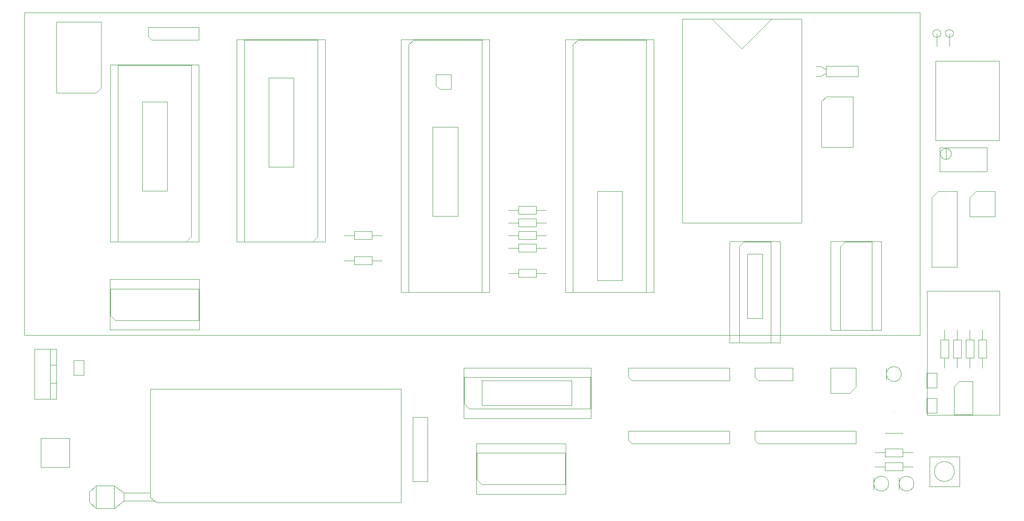
<source format=gbr>
%TF.GenerationSoftware,Novarm,DipTrace,4.3.0.4*%
%TF.CreationDate,2023-05-10T15:20:13+01:00*%
%FSLAX26Y26*%
%MOIN*%
%TF.FileFunction,Drawing,Top*%
%TF.Part,Single*%
%ADD15C,0.003937*%
G75*
G01*
%LPD*%
X1141339Y1844488D2*
D15*
X1846063D1*
Y2244488D1*
X1183071Y1919488D2*
X1143701Y1958858D1*
X1843701Y1919488D2*
X1183071D1*
X1143701Y1958858D2*
Y2169488D1*
X1843701D1*
Y1919488D1*
X1141339Y2244488D2*
Y1844488D1*
X1846063Y2244488D2*
X1141339D1*
X2844094Y2541339D2*
Y4146063D1*
X2144094D1*
X2784055Y2583071D2*
X2744685Y2543701D1*
X2784055Y4143701D2*
Y2583071D1*
X2744685Y2543701D2*
X2204134D1*
Y4143701D1*
X2784055D1*
X2144094Y2541339D2*
X2844094D1*
X2144094Y4146063D2*
Y2541339D1*
X4593701Y2593701D2*
X4514567D1*
Y2562205D2*
Y2625197D1*
X4372835D1*
Y2562205D2*
X4514567D1*
X4372835Y2625197D2*
Y2562205D1*
X4293701Y2593701D2*
X4372835D1*
X4743701Y4146063D2*
Y2141339D1*
X5443701D1*
X4803740Y4104331D2*
X4843110Y4143701D1*
X4803740Y2143701D2*
Y4104331D1*
X4843110Y4143701D2*
X5383661D1*
Y2143701D1*
X4803740D1*
X5443701Y4146063D2*
X4743701D1*
X5443701Y2141339D2*
Y4146063D1*
X6268701Y943701D2*
X6243701Y968701D1*
X7043701Y943701D2*
X6268701D1*
X6243701Y968701D2*
Y1043701D1*
X7043701D1*
Y943701D1*
X6268701Y1443701D2*
X6243701Y1468701D1*
X6543701Y1443701D2*
X6268701D1*
X6243701Y1468701D2*
Y1543701D1*
X6543701D1*
Y1443701D1*
X7625591Y603543D2*
Y721654D1*
X7861811Y603543D2*
X7625591D1*
Y721654D2*
Y839764D1*
X7861811D1*
Y603543D1*
X7664348Y721654D2*
G02X7664348Y721654I79353J0D01*
G01*
X7043701Y1393701D2*
X6993701Y1343701D1*
X7043701Y1543701D2*
Y1393701D1*
X6993701Y1343701D2*
X6843701D1*
Y1543701D1*
X7043701D1*
X7274016Y1024803D2*
X7411811D1*
X7343701Y1191339D2*
G02X7343701Y1191339I0J0D01*
G01*
X7412741Y1024660D2*
G02X7412741Y1024660I0J0D01*
G01*
X6184646Y1934646D2*
X6302756D1*
Y2446457D1*
X6184646D2*
Y1934646D1*
X6302756Y2446457D2*
X6184646D1*
X7643701Y2893701D2*
X7693701Y2943701D1*
X7643701Y2343701D2*
Y2893701D1*
X7693701Y2943701D2*
X7843701D1*
Y2343701D1*
X7643701D1*
X5668701Y2693701D2*
Y4307874D1*
X6613583Y2693701D2*
X5668701D1*
X6141142Y4071654D2*
X6377362Y4307874D1*
X5668701D2*
X6613583D1*
X5904921D2*
X6141142Y4071654D1*
X6613583Y4307874D2*
Y2693701D1*
X464961Y4360236D2*
Y1801181D1*
X7551575D1*
Y4360236D1*
X464961D1*
X5268701Y1443701D2*
X5243701Y1468701D1*
X6043701Y1443701D2*
X5268701D1*
X5243701Y1468701D2*
Y1543701D1*
X6043701D1*
Y1443701D1*
X7743701Y1843701D2*
Y1764567D1*
X7775197D2*
X7712205D1*
Y1622835D1*
X7775197D2*
Y1764567D1*
X7712205Y1622835D2*
X7775197D1*
X7743701Y1543701D2*
Y1622835D1*
X3443307Y4146063D2*
Y2141339D1*
X4143307D1*
X3503346Y4104331D2*
X3542717Y4143701D1*
X3503346Y2143701D2*
Y4104331D1*
X3542717Y4143701D2*
X4083268D1*
Y2143701D1*
X3503346D1*
X4143307Y4146063D2*
X3443307D1*
X4143307Y2141339D2*
Y4146063D1*
X2993701Y2593701D2*
X3072835D1*
Y2625197D2*
Y2562205D1*
X3214567D1*
Y2625197D2*
X3072835D1*
X3214567Y2562205D2*
Y2625197D1*
X3293701Y2593701D2*
X3214567D1*
X2395669Y3134646D2*
X2592520D1*
Y3843307D1*
X2395669D2*
Y3134646D1*
X2592520Y3843307D2*
X2395669D1*
X4084646Y1442126D2*
Y1245276D1*
X4793307D1*
Y1442126D2*
X4084646D1*
X4793307Y1245276D2*
Y1442126D1*
X8043701Y1543701D2*
Y1622835D1*
X8012205D2*
X8075197D1*
Y1764567D1*
X8012205D2*
Y1622835D1*
X8075197Y1764567D2*
X8012205D1*
X8043701Y1843701D2*
Y1764567D1*
X6843701Y2546063D2*
Y1841339D1*
X7243701D1*
X6918701Y2504331D2*
X6958071Y2543701D1*
X6918701Y1843701D2*
Y2504331D1*
X6958071Y2543701D2*
X7168701D1*
Y1843701D1*
X6918701D1*
X7243701Y2546063D2*
X6843701D1*
X7243701Y1841339D2*
Y2546063D1*
X7193701Y871654D2*
X7272835D1*
Y903150D2*
Y840157D1*
X7414567D1*
Y903150D2*
X7272835D1*
X7414567Y840157D2*
Y903150D1*
X7493701Y871654D2*
X7414567D1*
X7683465Y4193701D2*
Y4093701D1*
X7651969Y4193701D2*
G02X7651969Y4193701I31496J0D01*
G01*
X1030610Y429134D2*
X1172343D1*
X1030610D2*
X975492Y480315D1*
X1172343Y429134D2*
X1251083Y488189D1*
X1172343Y429134D2*
Y610236D1*
X1505413Y475197D2*
X1459744Y513780D1*
X3443996Y475197D2*
X1505413D1*
X975492Y480315D2*
Y559055D1*
X1251083Y488189D2*
Y551181D1*
X1491634Y488189D2*
X1251083D1*
X1459744Y513780D2*
Y1376772D1*
X1251083Y551181D2*
X1459744D1*
X975492Y559055D2*
X1030610Y610236D1*
Y429134D1*
X1172343Y610236D2*
X1251083Y551181D1*
X1172343Y610236D2*
X1030610D1*
X1459744Y1376772D2*
X3443996D1*
Y475197D1*
X4041339Y543701D2*
X4746063D1*
Y943701D1*
X4083071Y618701D2*
X4043701Y658071D1*
X4743701Y618701D2*
X4083071D1*
X4043701Y658071D2*
Y868701D1*
X4743701D1*
Y618701D1*
X4041339Y943701D2*
Y543701D1*
X4746063Y943701D2*
X4041339D1*
X7674409Y3344882D2*
Y3974803D1*
X8178346Y3344882D2*
X7674409D1*
Y3974803D2*
X8178346D1*
Y3344882D1*
X7783465Y4193701D2*
Y4093701D1*
X7751969Y4193701D2*
G02X7751969Y4193701I31496J0D01*
G01*
X4593701Y2793701D2*
X4514567D1*
Y2762205D2*
Y2825197D1*
X4372835D1*
Y2762205D2*
X4514567D1*
X4372835Y2825197D2*
Y2762205D1*
X4293701Y2793701D2*
X4372835D1*
X7943701Y1843701D2*
Y1764567D1*
X7975197D2*
X7912205D1*
Y1622835D1*
X7975197D2*
Y1764567D1*
X7912205Y1622835D2*
X7975197D1*
X7943701Y1543701D2*
Y1622835D1*
X7284646Y1539614D2*
Y1447787D1*
X7284623Y1447816D1*
X7284646Y1493701D2*
G02X7284646Y1493701I59055J0D01*
G01*
X1592520Y3652756D2*
X1395669D1*
Y2944094D1*
X1592520D2*
Y3652756D1*
X1395669Y2944094D2*
X1592520D1*
X1468701Y4143701D2*
X1443701Y4168701D1*
X1843701Y4143701D2*
X1468701D1*
X1443701Y4168701D2*
Y4243701D1*
X1843701D1*
Y4143701D1*
X5268701Y943701D2*
X5243701Y968701D1*
X6043701Y943701D2*
X5268701D1*
X5243701Y968701D2*
Y1043701D1*
X6043701D1*
Y943701D1*
X592913Y984646D2*
Y756299D1*
X821260D1*
Y984646D1*
X592913D1*
X1070866Y3761417D2*
X1031496Y3722047D1*
X1070866Y4285039D2*
Y3761417D1*
X716535Y3722047D2*
X1031496D1*
X716535D2*
Y4285039D1*
X1070866D1*
X717717Y1690551D2*
X544488D1*
X667717D2*
Y1296850D1*
X544488Y1690551D2*
Y1296850D1*
X717717Y1566535D2*
X667717D1*
X717717Y1420866D2*
X667717D1*
X717717Y1296850D2*
Y1690551D1*
X544488Y1296850D2*
X717717D1*
X7604331Y1185433D2*
X7683071D1*
Y1303543D1*
X7604331D2*
Y1185433D1*
X7683071Y1303543D2*
X7604331D1*
X7493701Y760236D2*
X7414567D1*
Y728740D2*
Y791732D1*
X7272835D1*
Y728740D2*
X7414567D1*
X7272835Y791732D2*
Y728740D1*
X7193701Y760236D2*
X7272835D1*
X3750394Y3751476D2*
X3720866Y3781004D1*
X3838976Y3751476D2*
X3750394D1*
X3720866Y3781004D2*
Y3869587D1*
X3838976D1*
Y3751476D1*
X4593701Y2293701D2*
X4514567D1*
Y2262205D2*
Y2325197D1*
X4372835D1*
Y2262205D2*
X4514567D1*
X4372835Y2325197D2*
Y2262205D1*
X4293701Y2293701D2*
X4372835D1*
X4593701Y2493701D2*
X4514567D1*
Y2462205D2*
Y2525197D1*
X4372835D1*
Y2462205D2*
X4514567D1*
X4372835Y2525197D2*
Y2462205D1*
X4293701Y2493701D2*
X4372835D1*
X6769094Y3653937D2*
X6808465Y3693307D1*
X6769094Y3293307D2*
Y3653937D1*
X6808465Y3693307D2*
X7019094D1*
Y3293307D1*
X6769094D1*
X7819882Y1395669D2*
Y1171260D1*
Y1395669D2*
X7859252Y1435039D1*
X7819882Y1171260D2*
X7965551D1*
X7859252Y1435039D2*
X7965551D1*
Y1171260D1*
X933071Y1603543D2*
X854331D1*
Y1485433D1*
X933071D2*
Y1603543D1*
X854331Y1485433D2*
X933071D1*
X7843701Y1843701D2*
Y1764567D1*
X7875197D2*
X7812205D1*
Y1622835D1*
X7875197D2*
Y1764567D1*
X7812205Y1622835D2*
X7875197D1*
X7843701Y1543701D2*
Y1622835D1*
X3941339Y1143701D2*
X4946063D1*
Y1543701D1*
X3983071Y1218701D2*
X3943701Y1258071D1*
X4943701Y1218701D2*
X3983071D1*
X3943701Y1258071D2*
Y1468701D1*
X4943701D1*
Y1218701D1*
X3941339Y1543701D2*
Y1143701D1*
X4946063Y1543701D2*
X3941339D1*
X3535630Y641929D2*
X3653740D1*
Y1153740D1*
X3535630D2*
Y641929D1*
X3653740Y1153740D2*
X3535630D1*
X6043701Y2546063D2*
Y1741339D1*
X6443701D1*
X6118701Y2504331D2*
X6158071Y2543701D1*
X6118701Y1743701D2*
Y2504331D1*
X6158071Y2543701D2*
X6368701D1*
Y1743701D1*
X6118701D1*
X6443701Y2546063D2*
X6043701D1*
X6443701Y1741339D2*
Y2546063D1*
X7384646Y670520D2*
Y578693D1*
X7384623Y578722D1*
X7384646Y624606D2*
G02X7384646Y624606I59055J0D01*
G01*
X7184646Y670520D2*
Y578693D1*
X7184623Y578722D1*
X7184646Y624606D2*
G02X7184646Y624606I59055J0D01*
G01*
X8081299Y3098819D2*
Y3288976D1*
X7706102D1*
X7756102Y3281693D2*
X7756063Y3196299D1*
X7756102Y3281693D2*
X7756063Y3196299D1*
X7706102Y3098819D2*
X8081299D1*
X7706102Y3288976D2*
Y3098819D1*
X7712992Y3238976D2*
G02X7712992Y3238976I43110J0D01*
G01*
X7608268Y2151575D2*
Y1167323D1*
X8179134D1*
Y2151575D1*
X7608268D1*
X6805118Y3853150D2*
X7061024D1*
Y3934252D1*
X6765748Y3856299D2*
X6726378D1*
X6805118Y3879921D2*
X6765748Y3856299D1*
X6805118Y3907480D2*
X6765748Y3931102D1*
X6726378D1*
X6805118Y3934252D2*
Y3853150D1*
X7061024Y3934252D2*
X6805118D1*
X1844094Y2541339D2*
Y3946063D1*
X1144094D1*
X1784055Y2583071D2*
X1744685Y2543701D1*
X1784055Y3943701D2*
Y2583071D1*
X1744685Y2543701D2*
X1204134D1*
Y3943701D1*
X1784055D1*
X1144094Y2541339D2*
X1844094D1*
X1144094Y3946063D2*
Y2541339D1*
X7943701Y2893701D2*
X7993701Y2943701D1*
X7943701Y2743701D2*
Y2893701D1*
X7993701Y2943701D2*
X8143701D1*
Y2743701D1*
X7943701D1*
X4995276Y2234646D2*
X5192126D1*
Y2943307D1*
X4995276D2*
Y2234646D1*
X5192126Y2943307D2*
X4995276D1*
X4593701Y2693701D2*
X4514567D1*
Y2662205D2*
Y2725197D1*
X4372835D1*
Y2662205D2*
X4514567D1*
X4372835Y2725197D2*
Y2662205D1*
X4293701Y2693701D2*
X4372835D1*
X2993701Y2393701D2*
X3072835D1*
Y2425197D2*
Y2362205D1*
X3214567D1*
Y2425197D2*
X3072835D1*
X3214567Y2362205D2*
Y2425197D1*
X3293701Y2393701D2*
X3214567D1*
X3891732Y3452756D2*
X3694882D1*
Y2744094D1*
X3891732D2*
Y3452756D1*
X3694882Y2744094D2*
X3891732D1*
X7604331Y1385433D2*
X7683071D1*
Y1503543D1*
X7604331D2*
Y1385433D1*
X7683071Y1503543D2*
X7604331D1*
M02*

</source>
